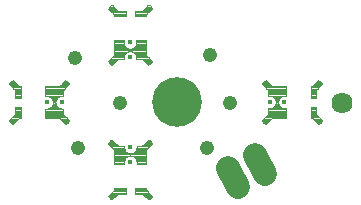
<source format=gts>
G75*
G70*
%OFA0B0*%
%FSLAX24Y24*%
%IPPOS*%
%LPD*%
%AMOC8*
5,1,8,0,0,1.08239X$1,22.5*
%
%ADD10C,0.1655*%
%ADD11C,0.0705*%
%ADD12C,0.0173*%
%ADD13C,0.0040*%
%ADD14C,0.0789*%
%ADD15C,0.0476*%
D10*
X006849Y004487D03*
D11*
X012350Y004450D03*
D12*
X010416Y004491D03*
X009920Y004491D03*
X005278Y002991D03*
X005278Y002495D03*
X002991Y004483D03*
X002495Y004483D03*
X005270Y005983D03*
X005270Y006479D03*
D13*
X005463Y006402D02*
X005814Y006402D01*
X005814Y006364D02*
X005443Y006364D01*
X005434Y006349D02*
X005458Y006389D01*
X005474Y006433D01*
X005479Y006479D01*
X005814Y006479D01*
X005814Y006441D02*
X005475Y006441D01*
X005479Y006479D02*
X005479Y006546D01*
X005814Y006546D01*
X005814Y006054D01*
X006003Y005865D01*
X005995Y005833D01*
X005980Y005804D01*
X005959Y005778D01*
X005934Y005758D01*
X005905Y005743D01*
X005873Y005735D01*
X005676Y005932D01*
X005479Y005932D01*
X005479Y005983D01*
X005474Y006030D01*
X005458Y006074D01*
X005434Y006113D01*
X005401Y006146D01*
X005361Y006171D01*
X005317Y006187D01*
X005270Y006192D01*
X005224Y006187D01*
X005180Y006171D01*
X005140Y006146D01*
X005107Y006113D01*
X005082Y006074D01*
X005067Y006030D01*
X005062Y005983D01*
X005062Y005932D01*
X004877Y005932D01*
X004680Y005735D01*
X004647Y005742D01*
X004617Y005756D01*
X004591Y005776D01*
X004571Y005802D01*
X004557Y005832D01*
X004550Y005865D01*
X004735Y006050D01*
X004735Y006546D01*
X005062Y006546D01*
X005062Y006479D01*
X004735Y006479D01*
X004735Y006441D02*
X005066Y006441D01*
X005067Y006433D02*
X005082Y006389D01*
X005107Y006349D01*
X005140Y006316D01*
X005180Y006291D01*
X005224Y006276D01*
X005270Y006270D01*
X005270Y006192D01*
X005270Y006270D01*
X005317Y006276D01*
X005361Y006291D01*
X005401Y006316D01*
X005434Y006349D01*
X005410Y006325D02*
X005814Y006325D01*
X005814Y006287D02*
X005348Y006287D01*
X005270Y006248D02*
X004735Y006248D01*
X004735Y006210D02*
X005270Y006210D01*
X005814Y006210D01*
X005814Y006248D02*
X005270Y006248D01*
X005193Y006287D02*
X004735Y006287D01*
X004735Y006325D02*
X005131Y006325D01*
X005098Y006364D02*
X004735Y006364D01*
X004735Y006402D02*
X005078Y006402D01*
X005067Y006433D02*
X005062Y006479D01*
X005062Y006518D02*
X004735Y006518D01*
X004735Y006171D02*
X005180Y006171D01*
X005127Y006133D02*
X004735Y006133D01*
X004735Y006094D02*
X005095Y006094D01*
X005076Y006056D02*
X004735Y006056D01*
X004702Y006017D02*
X005066Y006017D01*
X005062Y005979D02*
X004664Y005979D01*
X004625Y005940D02*
X005062Y005940D01*
X004846Y005902D02*
X004587Y005902D01*
X004550Y005863D02*
X004808Y005863D01*
X004769Y005825D02*
X004560Y005825D01*
X004584Y005786D02*
X004731Y005786D01*
X004692Y005748D02*
X004635Y005748D01*
X005361Y006171D02*
X005814Y006171D01*
X005814Y006133D02*
X005414Y006133D01*
X005446Y006094D02*
X005814Y006094D01*
X005814Y006056D02*
X005465Y006056D01*
X005475Y006017D02*
X005851Y006017D01*
X005889Y005979D02*
X005479Y005979D01*
X005479Y005940D02*
X005928Y005940D01*
X005966Y005902D02*
X005706Y005902D01*
X005745Y005863D02*
X006002Y005863D01*
X005990Y005825D02*
X005783Y005825D01*
X005822Y005786D02*
X005966Y005786D01*
X005913Y005748D02*
X005860Y005748D01*
X005814Y006518D02*
X005479Y006518D01*
X005420Y007353D02*
X005814Y007353D01*
X005814Y007416D01*
X005999Y007601D01*
X005992Y007634D01*
X005772Y007634D01*
X005810Y007673D02*
X005971Y007673D01*
X005978Y007664D02*
X005992Y007634D01*
X005978Y007664D02*
X005957Y007690D01*
X005931Y007710D01*
X005901Y007724D01*
X005869Y007731D01*
X005672Y007534D01*
X005420Y007534D01*
X005420Y007353D01*
X005420Y007365D02*
X005814Y007365D01*
X005814Y007403D02*
X005420Y007403D01*
X005420Y007442D02*
X005839Y007442D01*
X005878Y007480D02*
X005420Y007480D01*
X005420Y007519D02*
X005916Y007519D01*
X005955Y007557D02*
X005695Y007557D01*
X005733Y007596D02*
X005993Y007596D01*
X005930Y007711D02*
X005849Y007711D01*
X005129Y007534D02*
X005129Y007353D01*
X004735Y007353D01*
X004735Y007412D01*
X004546Y007601D01*
X004554Y007633D01*
X004569Y007662D01*
X004589Y007688D01*
X004615Y007708D01*
X004644Y007723D01*
X004676Y007731D01*
X004873Y007534D01*
X005129Y007534D01*
X005129Y007519D02*
X004629Y007519D01*
X004590Y007557D02*
X004850Y007557D01*
X004812Y007596D02*
X004552Y007596D01*
X004555Y007634D02*
X004773Y007634D01*
X004735Y007673D02*
X004577Y007673D01*
X004620Y007711D02*
X004696Y007711D01*
X004667Y007480D02*
X005129Y007480D01*
X005129Y007442D02*
X004706Y007442D01*
X004735Y007403D02*
X005129Y007403D01*
X005129Y007365D02*
X004735Y007365D01*
X003170Y005193D02*
X003196Y005172D01*
X003216Y005147D01*
X003231Y005117D01*
X003239Y005085D01*
X003042Y004889D01*
X003042Y004692D01*
X002991Y004692D01*
X002945Y004687D01*
X002900Y004671D01*
X002861Y004646D01*
X002828Y004613D01*
X002803Y004574D01*
X002788Y004530D01*
X002782Y004483D01*
X002788Y004437D01*
X002803Y004393D01*
X002828Y004353D01*
X002861Y004320D01*
X002900Y004295D01*
X002945Y004280D01*
X002991Y004274D01*
X003042Y004274D01*
X003042Y004089D01*
X003239Y003893D01*
X003232Y003860D01*
X003218Y003830D01*
X003198Y003804D01*
X003172Y003783D01*
X003142Y003769D01*
X003109Y003763D01*
X002924Y003948D01*
X002428Y003948D01*
X002428Y004274D01*
X002495Y004274D01*
X002541Y004280D01*
X002585Y004295D01*
X002625Y004320D01*
X002658Y004353D01*
X002683Y004393D01*
X002698Y004437D01*
X002704Y004483D01*
X002782Y004483D01*
X002704Y004483D01*
X002698Y004530D01*
X002683Y004574D01*
X002658Y004613D01*
X002625Y004646D01*
X002585Y004671D01*
X002541Y004687D01*
X002495Y004692D01*
X002428Y004692D01*
X002428Y005026D01*
X002920Y005026D01*
X003109Y005215D01*
X003141Y005207D01*
X003170Y005193D01*
X003197Y005170D02*
X003064Y005170D01*
X003102Y005209D02*
X003136Y005209D01*
X003224Y005132D02*
X003025Y005132D01*
X002987Y005093D02*
X003237Y005093D01*
X003208Y005055D02*
X002948Y005055D01*
X003093Y004939D02*
X002428Y004939D01*
X002428Y004901D02*
X003054Y004901D01*
X003042Y004862D02*
X002428Y004862D01*
X002428Y004824D02*
X003042Y004824D01*
X003042Y004785D02*
X002428Y004785D01*
X002428Y004747D02*
X003042Y004747D01*
X003042Y004708D02*
X002428Y004708D01*
X002588Y004670D02*
X002898Y004670D01*
X002846Y004631D02*
X002640Y004631D01*
X002671Y004593D02*
X002815Y004593D01*
X002796Y004554D02*
X002690Y004554D01*
X002700Y004516D02*
X002786Y004516D01*
X002783Y004477D02*
X002703Y004477D01*
X002699Y004439D02*
X002787Y004439D01*
X002800Y004400D02*
X002685Y004400D01*
X002663Y004362D02*
X002822Y004362D01*
X002858Y004323D02*
X002628Y004323D01*
X002555Y004285D02*
X002931Y004285D01*
X003042Y004246D02*
X002428Y004246D01*
X002428Y004208D02*
X003042Y004208D01*
X003042Y004169D02*
X002428Y004169D01*
X002428Y004131D02*
X003042Y004131D01*
X003042Y004092D02*
X002428Y004092D01*
X002428Y004054D02*
X003078Y004054D01*
X003116Y004015D02*
X002428Y004015D01*
X002428Y003977D02*
X003155Y003977D01*
X003193Y003938D02*
X002934Y003938D01*
X002972Y003900D02*
X003232Y003900D01*
X003232Y003861D02*
X003011Y003861D01*
X003049Y003823D02*
X003212Y003823D01*
X003172Y003784D02*
X003088Y003784D01*
X004554Y003141D02*
X004546Y003109D01*
X004735Y002920D01*
X004735Y002428D01*
X005070Y002428D01*
X005070Y002495D01*
X005075Y002541D01*
X005090Y002585D01*
X005115Y002625D01*
X005148Y002658D01*
X005188Y002683D01*
X005232Y002698D01*
X005278Y002704D01*
X005278Y002782D01*
X005325Y002788D01*
X005369Y002803D01*
X005408Y002828D01*
X005441Y002861D01*
X005466Y002900D01*
X005482Y002945D01*
X005487Y002991D01*
X005487Y003042D01*
X005672Y003042D01*
X005869Y003239D01*
X005901Y003232D01*
X005931Y003218D01*
X005957Y003198D01*
X005978Y003172D01*
X005992Y003142D01*
X005999Y003109D01*
X005814Y002924D01*
X005814Y002428D01*
X005487Y002428D01*
X005487Y002495D01*
X005482Y002541D01*
X005466Y002585D01*
X005441Y002625D01*
X005408Y002658D01*
X005369Y002683D01*
X005325Y002698D01*
X005278Y002704D01*
X005278Y002782D01*
X005232Y002788D01*
X005188Y002803D01*
X005148Y002828D01*
X005115Y002861D01*
X005090Y002900D01*
X005075Y002945D01*
X005070Y002991D01*
X005070Y003042D01*
X004873Y003042D01*
X004676Y003239D01*
X004644Y003231D01*
X004615Y003216D01*
X004589Y003196D01*
X004569Y003170D01*
X004554Y003141D01*
X004551Y003130D02*
X004785Y003130D01*
X004747Y003168D02*
X004568Y003168D01*
X004603Y003207D02*
X004708Y003207D01*
X004824Y003091D02*
X004564Y003091D01*
X004603Y003053D02*
X004862Y003053D01*
X004718Y002937D02*
X005078Y002937D01*
X005071Y002976D02*
X004680Y002976D01*
X004641Y003014D02*
X005070Y003014D01*
X005092Y002899D02*
X004735Y002899D01*
X004735Y002860D02*
X005116Y002860D01*
X005158Y002822D02*
X004735Y002822D01*
X004735Y002783D02*
X005272Y002783D01*
X005285Y002783D02*
X005814Y002783D01*
X005814Y002745D02*
X005278Y002745D01*
X004735Y002745D01*
X004735Y002706D02*
X005278Y002706D01*
X005814Y002706D01*
X005814Y002668D02*
X005393Y002668D01*
X005437Y002629D02*
X005814Y002629D01*
X005814Y002591D02*
X005463Y002591D01*
X005478Y002552D02*
X005814Y002552D01*
X005814Y002514D02*
X005485Y002514D01*
X005487Y002475D02*
X005814Y002475D01*
X005814Y002437D02*
X005487Y002437D01*
X005119Y002629D02*
X004735Y002629D01*
X004735Y002591D02*
X005094Y002591D01*
X005079Y002552D02*
X004735Y002552D01*
X004735Y002514D02*
X005072Y002514D01*
X005070Y002475D02*
X004735Y002475D01*
X004735Y002437D02*
X005070Y002437D01*
X005163Y002668D02*
X004735Y002668D01*
X005398Y002822D02*
X005814Y002822D01*
X005814Y002860D02*
X005441Y002860D01*
X005465Y002899D02*
X005814Y002899D01*
X005827Y002937D02*
X005479Y002937D01*
X005485Y002976D02*
X005865Y002976D01*
X005904Y003014D02*
X005487Y003014D01*
X005682Y003053D02*
X005942Y003053D01*
X005981Y003091D02*
X005721Y003091D01*
X005759Y003130D02*
X005995Y003130D01*
X005980Y003168D02*
X005798Y003168D01*
X005836Y003207D02*
X005946Y003207D01*
X005814Y001621D02*
X005420Y001621D01*
X005420Y001440D01*
X005676Y001440D01*
X005873Y001243D01*
X005905Y001251D01*
X005934Y001266D01*
X005959Y001286D01*
X005980Y001312D01*
X005995Y001341D01*
X006003Y001373D01*
X005814Y001562D01*
X005814Y001621D01*
X005814Y001590D02*
X005420Y001590D01*
X005420Y001551D02*
X005825Y001551D01*
X005863Y001513D02*
X005420Y001513D01*
X005420Y001474D02*
X005902Y001474D01*
X005940Y001436D02*
X005680Y001436D01*
X005719Y001397D02*
X005979Y001397D01*
X005999Y001359D02*
X005757Y001359D01*
X005796Y001320D02*
X005984Y001320D01*
X005954Y001282D02*
X005834Y001282D01*
X005873Y001243D02*
X005873Y001243D01*
X005129Y001440D02*
X004877Y001440D01*
X004680Y001243D01*
X004679Y001243D01*
X004680Y001243D02*
X004647Y001250D01*
X004617Y001264D01*
X004591Y001284D01*
X004571Y001310D01*
X004557Y001340D01*
X004550Y001373D01*
X004735Y001558D01*
X004735Y001621D01*
X005129Y001621D01*
X005129Y001440D01*
X005129Y001474D02*
X004651Y001474D01*
X004613Y001436D02*
X004873Y001436D01*
X004834Y001397D02*
X004574Y001397D01*
X004553Y001359D02*
X004796Y001359D01*
X004757Y001320D02*
X004566Y001320D01*
X004595Y001282D02*
X004719Y001282D01*
X004690Y001513D02*
X005129Y001513D01*
X005129Y001551D02*
X004728Y001551D01*
X004735Y001590D02*
X005129Y001590D01*
X001621Y003948D02*
X001562Y003948D01*
X001373Y003759D01*
X001341Y003767D01*
X001312Y003781D01*
X001286Y003802D01*
X001266Y003827D01*
X001251Y003857D01*
X001243Y003889D01*
X001440Y004085D01*
X001440Y004341D01*
X001621Y004341D01*
X001621Y003948D01*
X001621Y003977D02*
X001331Y003977D01*
X001369Y004015D02*
X001621Y004015D01*
X001621Y004054D02*
X001408Y004054D01*
X001440Y004092D02*
X001621Y004092D01*
X001621Y004131D02*
X001440Y004131D01*
X001440Y004169D02*
X001621Y004169D01*
X001621Y004208D02*
X001440Y004208D01*
X001440Y004246D02*
X001621Y004246D01*
X001621Y004285D02*
X001440Y004285D01*
X001440Y004323D02*
X001621Y004323D01*
X001621Y004633D02*
X001440Y004633D01*
X001440Y004885D01*
X001243Y005081D01*
X001250Y005114D01*
X001264Y005144D01*
X001284Y005170D01*
X001414Y005170D01*
X001376Y005209D02*
X001359Y005209D01*
X001373Y005211D02*
X001558Y005026D01*
X001621Y005026D01*
X001621Y004633D01*
X001621Y004670D02*
X001440Y004670D01*
X001440Y004708D02*
X001621Y004708D01*
X001621Y004747D02*
X001440Y004747D01*
X001440Y004785D02*
X001621Y004785D01*
X001621Y004824D02*
X001440Y004824D01*
X001440Y004862D02*
X001621Y004862D01*
X001621Y004901D02*
X001424Y004901D01*
X001385Y004939D02*
X001621Y004939D01*
X001621Y004978D02*
X001347Y004978D01*
X001308Y005016D02*
X001621Y005016D01*
X001530Y005055D02*
X001270Y005055D01*
X001245Y005093D02*
X001491Y005093D01*
X001453Y005132D02*
X001258Y005132D01*
X001284Y005170D02*
X001310Y005191D01*
X001340Y005205D01*
X001373Y005211D01*
X002428Y005016D02*
X003170Y005016D01*
X003131Y004978D02*
X002428Y004978D01*
X001552Y003938D02*
X001292Y003938D01*
X001254Y003900D02*
X001514Y003900D01*
X001475Y003861D02*
X001250Y003861D01*
X001270Y003823D02*
X001437Y003823D01*
X001398Y003784D02*
X001308Y003784D01*
X009672Y003889D02*
X009869Y004085D01*
X009869Y004282D01*
X009920Y004282D01*
X009967Y004288D01*
X010011Y004303D01*
X010050Y004328D01*
X010083Y004361D01*
X010108Y004400D01*
X010228Y004400D01*
X010253Y004361D01*
X010286Y004328D01*
X010326Y004303D01*
X010370Y004288D01*
X010416Y004282D01*
X010483Y004282D01*
X010483Y003948D01*
X009991Y003948D01*
X009802Y003759D01*
X009770Y003767D01*
X009741Y003781D01*
X009715Y003802D01*
X009695Y003827D01*
X009680Y003857D01*
X009672Y003889D01*
X009683Y003900D02*
X009943Y003900D01*
X009981Y003938D02*
X009721Y003938D01*
X009760Y003977D02*
X010483Y003977D01*
X010483Y004015D02*
X009798Y004015D01*
X009837Y004054D02*
X010483Y004054D01*
X010483Y004092D02*
X009869Y004092D01*
X009869Y004131D02*
X010483Y004131D01*
X010483Y004169D02*
X009869Y004169D01*
X009869Y004208D02*
X010483Y004208D01*
X010483Y004246D02*
X009869Y004246D01*
X009940Y004285D02*
X010396Y004285D01*
X010294Y004323D02*
X010043Y004323D01*
X010084Y004362D02*
X010253Y004362D01*
X010228Y004400D02*
X010213Y004445D01*
X010207Y004491D01*
X010129Y004491D01*
X010124Y004537D01*
X010108Y004581D01*
X010083Y004621D01*
X010050Y004654D01*
X010011Y004679D01*
X009967Y004694D01*
X009920Y004700D01*
X009869Y004700D01*
X009869Y004885D01*
X009672Y005081D01*
X009679Y005114D01*
X009693Y005144D01*
X009713Y005170D01*
X009843Y005170D01*
X009805Y005209D02*
X009788Y005209D01*
X009802Y005211D02*
X009769Y005205D01*
X009739Y005191D01*
X009713Y005170D01*
X009687Y005132D02*
X009882Y005132D01*
X009920Y005093D02*
X009674Y005093D01*
X009699Y005055D02*
X009959Y005055D01*
X009987Y005026D02*
X010483Y005026D01*
X010483Y004700D01*
X010416Y004700D01*
X010370Y004694D01*
X010326Y004679D01*
X010286Y004654D01*
X010253Y004621D01*
X010228Y004581D01*
X010213Y004537D01*
X010207Y004491D01*
X010129Y004491D01*
X010124Y004445D01*
X010108Y004400D01*
X010121Y004439D02*
X010215Y004439D01*
X010209Y004477D02*
X010127Y004477D01*
X010126Y004516D02*
X010210Y004516D01*
X010219Y004554D02*
X010118Y004554D01*
X010101Y004593D02*
X010235Y004593D01*
X010263Y004631D02*
X010073Y004631D01*
X010026Y004670D02*
X010311Y004670D01*
X010483Y004708D02*
X009869Y004708D01*
X009869Y004747D02*
X010483Y004747D01*
X010483Y004785D02*
X009869Y004785D01*
X009869Y004824D02*
X010483Y004824D01*
X010483Y004862D02*
X009869Y004862D01*
X009853Y004901D02*
X010483Y004901D01*
X010483Y004939D02*
X009815Y004939D01*
X009776Y004978D02*
X010483Y004978D01*
X010483Y005016D02*
X009738Y005016D01*
X009802Y005211D02*
X009987Y005026D01*
X011290Y005026D02*
X011290Y004633D01*
X011471Y004633D01*
X011471Y004889D01*
X011668Y005085D01*
X011660Y005117D01*
X011645Y005147D01*
X011625Y005172D01*
X011599Y005193D01*
X011570Y005207D01*
X011538Y005215D01*
X011349Y005026D01*
X011290Y005026D01*
X011290Y005016D02*
X011599Y005016D01*
X011637Y005055D02*
X011377Y005055D01*
X011416Y005093D02*
X011666Y005093D01*
X011653Y005132D02*
X011454Y005132D01*
X011493Y005170D02*
X011626Y005170D01*
X011565Y005209D02*
X011531Y005209D01*
X011560Y004978D02*
X011290Y004978D01*
X011290Y004939D02*
X011522Y004939D01*
X011483Y004901D02*
X011290Y004901D01*
X011290Y004862D02*
X011471Y004862D01*
X011471Y004824D02*
X011290Y004824D01*
X011290Y004785D02*
X011471Y004785D01*
X011471Y004747D02*
X011290Y004747D01*
X011290Y004708D02*
X011471Y004708D01*
X011471Y004670D02*
X011290Y004670D01*
X011290Y004341D02*
X011290Y003948D01*
X011353Y003948D01*
X011538Y003763D01*
X011571Y003769D01*
X011601Y003783D01*
X011627Y003804D01*
X011647Y003830D01*
X011661Y003860D01*
X011668Y003893D01*
X011471Y004089D01*
X011471Y004341D01*
X011290Y004341D01*
X011290Y004323D02*
X011471Y004323D01*
X011471Y004285D02*
X011290Y004285D01*
X011290Y004246D02*
X011471Y004246D01*
X011471Y004208D02*
X011290Y004208D01*
X011290Y004169D02*
X011471Y004169D01*
X011471Y004131D02*
X011290Y004131D01*
X011290Y004092D02*
X011471Y004092D01*
X011507Y004054D02*
X011290Y004054D01*
X011290Y004015D02*
X011546Y004015D01*
X011584Y003977D02*
X011290Y003977D01*
X011363Y003938D02*
X011623Y003938D01*
X011661Y003900D02*
X011401Y003900D01*
X011440Y003861D02*
X011662Y003861D01*
X011641Y003823D02*
X011478Y003823D01*
X011517Y003784D02*
X011602Y003784D01*
X009904Y003861D02*
X009679Y003861D01*
X009699Y003823D02*
X009866Y003823D01*
X009827Y003784D02*
X009738Y003784D01*
D14*
X009443Y002725D02*
X009754Y002088D01*
X008855Y001649D02*
X008544Y002286D01*
D15*
X003550Y002950D03*
X004950Y004450D03*
X003450Y005950D03*
X007950Y006050D03*
X008619Y004450D03*
X007850Y002950D03*
M02*

</source>
